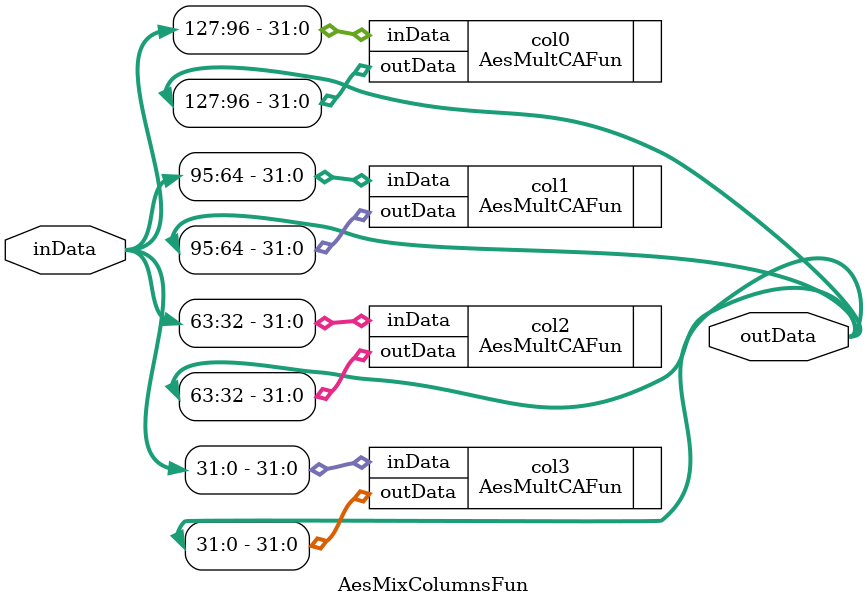
<source format=v>
module AesMixColumnsFun (
	input	wire	[127:0]	inData,	
    output	wire	[127:0]	outData 
);
     
AesMultCAFun col0 (.inData(inData[127:096]), .outData(outData[127:096]));
AesMultCAFun col1 (.inData(inData[095:064]), .outData(outData[095:064]));
AesMultCAFun col2 (.inData(inData[063:032]), .outData(outData[063:032]));
AesMultCAFun col3 (.inData(inData[031:000]), .outData(outData[031:000]));
    
endmodule
</source>
